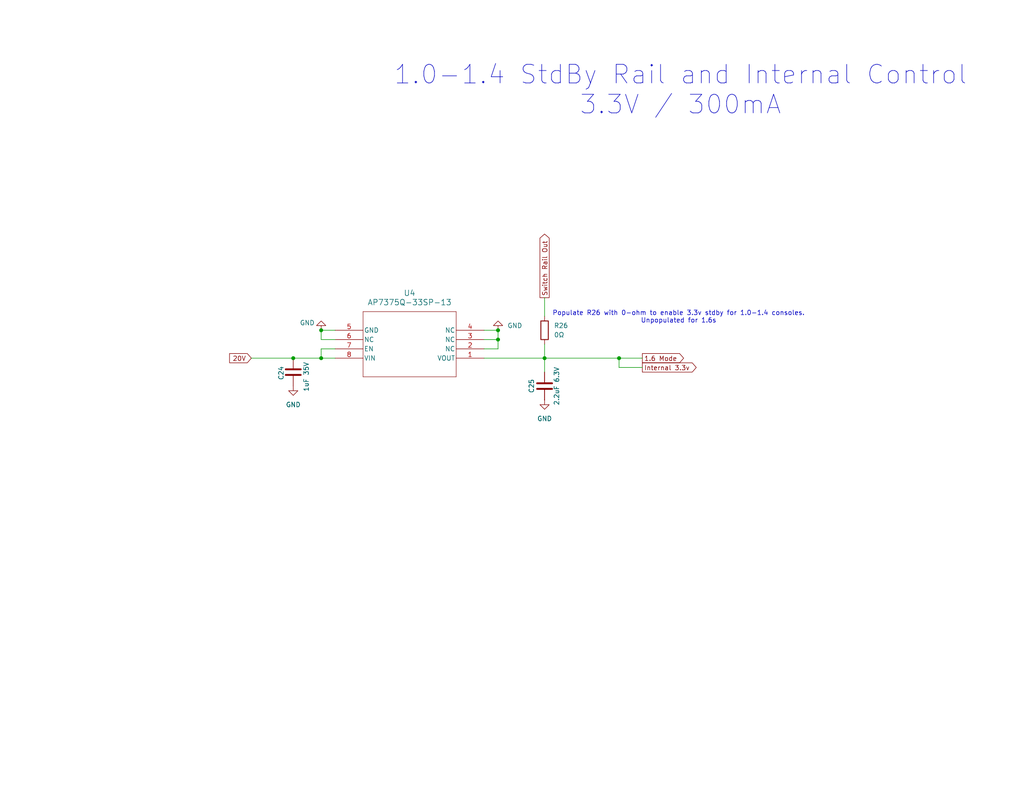
<source format=kicad_sch>
(kicad_sch (version 20250114) (generator "eeschema") (generator_version "9.0")
  (paper "USLetter")
  (title_block (title "pXu") (date "2025-01-02") (rev "1"))
  (lib_symbols
    (symbol "AP7375_33SP:AP7375Q-33SP-13" (pin_names (offset 0.254))
      (property "Reference" "U?" (at 20.32 -17.78 0))
      (property "Value" "AP7375Q-33SP-13" (at 20.32 -15.24 0))
      (symbol "AP7375Q-33SP-13_0_1"
        (polyline (pts (xy 7.62 5.08) (xy 7.62 -12.7)) (stroke (width 0.127)))
        (polyline (pts (xy 7.62 -12.7) (xy 33.02 -12.7)) (stroke (width 0.127)))
        (polyline (pts (xy 33.02 5.08) (xy 7.62 5.08)) (stroke (width 0.127)))
        (polyline (pts (xy 33.02 -12.7) (xy 33.02 5.08)) (stroke (width 0.127)))
        (pin output line (at 0 0 0) (length 7.62) (name "VOUT") (number "1"))
        (pin power_in line (at 0 -2.54 0) (length 7.62) (name "NC") (number "2"))
        (pin power_in line (at 0 -5.08 0) (length 7.62) (name "NC") (number "3"))
        (pin power_in line (at 0 -7.62 0) (length 7.62) (name "NC") (number "4"))
        (pin input line (at 40.64 0 180) (length 7.62) (name "VIN") (number "8"))
        (pin unspecified line (at 40.64 -2.54 180) (length 7.62) (name "EN") (number "7"))
        (pin power_in line (at 40.64 -5.08 180) (length 7.62) (name "NC") (number "6"))
        (pin power_out line (at 40.64 -7.62 180) (length 7.62) (name "GND") (number "5"))
      )
    )
    (symbol "Device:C" (pin_numbers (hide yes)) (pin_names (offset 0.254))
      (property "Reference" "C" (at 0.635 2.54 0))
      (property "Value" "C" (at 0.635 -2.54 0))
      (symbol "C_0_1"
        (polyline (pts (xy -2.032 0.762) (xy 2.032 0.762)) (stroke (width 0.508)))
        (polyline (pts (xy -2.032 -0.762) (xy 2.032 -0.762)) (stroke (width 0.508)))
      )
      (symbol "C_1_1"
        (pin passive line (at 0 3.81 270) (length 2.794) (name "~") (number "1"))
        (pin passive line (at 0 -3.81 90) (length 2.794) (name "~") (number "2"))
      )
    )
    (symbol "Device:R" (pin_numbers (hide yes)) (pin_names (offset 0))
      (property "Reference" "R" (at 2.032 0 90))
      (property "Value" "R" (at 0 0 90))
      (symbol "R_0_1"
        (rectangle (start -1.016 -2.54) (end 1.016 2.54) (stroke (width 0.254)))
      )
      (symbol "R_1_1"
        (pin passive line (at 0 3.81 270) (length 1.27) (name "~") (number "1"))
        (pin passive line (at 0 -3.81 90) (length 1.27) (name "~") (number "2"))
      )
    )
    (symbol "power:GND" (power) (pin_numbers (hide yes)) (pin_names (offset 0) (hide yes))
      (property "Value" "GND" (at 0 -3.81 0))
      (symbol "GND_0_1"
        (polyline (pts (xy 0 0) (xy 0 -1.27) (xy 1.27 -1.27) (xy 0 -2.54) (xy -1.27 -1.27) (xy 0 -1.27)))
      )
      (symbol "GND_1_1"
        (pin power_in line (at 0 0 270) (length 0) (name "~") (number "1"))
      )
    )
  )
  (text "Populate R26 with 0-ohm to enable 3.3v stdby for 1.0-1.4 consoles.\nUnpopulated for 1.6s" (at 185.166 86.614 0) (effects (font (size 1.27 1.27))))
  (text "1.0-1.4 StdBy Rail and Internal Control\n3.3V / 300mA" (at 185.674 24.638 0) (effects (font (size 5.08 5.08))))
  (junction (at 168.91 97.79))
  (junction (at 87.63 97.79))
  (junction (at 87.63 90.17))
  (junction (at 80.01 97.79))
  (junction (at 135.89 92.71))
  (junction (at 148.59 97.79))
  (junction (at 135.89 90.17))
  (wire (pts (xy 132.08 97.79) (xy 148.59 97.79)))
  (wire (pts (xy 87.63 90.17) (xy 91.44 90.17)))
  (wire (pts (xy 68.58 97.79) (xy 80.01 97.79)))
  (wire (pts (xy 148.59 93.98) (xy 148.59 97.79)))
  (wire (pts (xy 87.63 95.25) (xy 87.63 97.79)))
  (wire (pts (xy 135.89 92.71) (xy 135.89 90.17)))
  (wire (pts (xy 168.91 97.79) (xy 175.26 97.79)))
  (wire (pts (xy 168.91 100.33) (xy 175.26 100.33)))
  (wire (pts (xy 168.91 97.79) (xy 168.91 100.33)))
  (wire (pts (xy 148.59 81.28) (xy 148.59 86.36)))
  (wire (pts (xy 87.63 92.71) (xy 87.63 90.17)))
  (wire (pts (xy 80.01 97.79) (xy 87.63 97.79)))
  (wire (pts (xy 87.63 92.71) (xy 91.44 92.71)))
  (wire (pts (xy 132.08 90.17) (xy 135.89 90.17)))
  (wire (pts (xy 132.08 95.25) (xy 135.89 95.25)))
  (wire (pts (xy 91.44 95.25) (xy 87.63 95.25)))
  (wire (pts (xy 132.08 92.71) (xy 135.89 92.71)))
  (wire (pts (xy 148.59 97.79) (xy 168.91 97.79)))
  (wire (pts (xy 135.89 95.25) (xy 135.89 92.71)))
  (wire (pts (xy 148.59 101.6) (xy 148.59 97.79)))
  (wire (pts (xy 87.63 97.79) (xy 91.44 97.79)))
  (global_label "1.6 Mode" (shape output) (at 175.26 97.79 0) (property "Intersheetrefs" "${INTERSHEET_REFS}" (effects (hide yes))))
  (global_label "20V" (shape input) (at 68.58 97.79 180) (property "Intersheetrefs" "${INTERSHEET_REFS}" (effects (hide yes))))
  (global_label "Switch Rail Out" (shape output) (at 148.59 81.28 90) (property "Intersheetrefs" "${INTERSHEET_REFS}" (effects (hide yes))))
  (global_label "Internal 3.3v" (shape output) (at 175.26 100.33 0) (property "Intersheetrefs" "${INTERSHEET_REFS}" (effects (hide yes))))
  (symbol (lib_id "Device:R") (at 148.59 90.17 0) (unit 1)
    (property "Reference" "R26" (at 151.13 88.8999 0) (effects (justify left)))
    (property "Value" "0Ω" (at 151.13 91.4399 0) (effects (justify left)))
    (property "Footprint" "Resistor_SMD:R_0603_1608Metric_Pad0.98x0.95mm_HandSolder" (effects (hide yes)))
    (property "Description" "Resistor" (effects (hide yes)))
  )
  (symbol (lib_id "power:GND") (at 87.63 90.17 180) (unit 1)
    (property "Reference" "#PWR038" (effects (hide yes)))
    (property "Value" "GND" (at 81.788 88.138 0) (effects (justify right)))
    (property "Description" "Power symbol creates a global label with name \"GND\" , ground" (effects (hide yes)))
  )
  (symbol (lib_id "power:GND") (at 148.59 109.22 0) (unit 1)
    (property "Reference" "#PWR034" (effects (hide yes)))
    (property "Value" "GND" (at 148.59 114.3 0))
    (property "Description" "Power symbol creates a global label with name \"GND\" , ground" (effects (hide yes)))
  )
  (symbol (lib_id "power:GND") (at 135.89 90.17 180) (unit 1)
    (property "Reference" "#PWR056" (effects (hide yes)))
    (property "Value" "GND" (at 138.43 88.8999 0) (effects (justify right)))
    (property "Description" "Power symbol creates a global label with name \"GND\" , ground" (effects (hide yes)))
  )
  (symbol (lib_id "Device:C") (at 148.59 105.41 0) (unit 1)
    (property "Reference" "C25" (at 145.034 105.41 90))
    (property "Value" "2.2uF 6.3V" (at 151.892 105.41 90))
    (property "Footprint" "Capacitor_SMD:C_0603_1608Metric_Pad1.08x0.95mm_HandSolder" (effects (hide yes)))
    (property "Description" "Unpolarized capacitor" (effects (hide yes)))
  )
  (symbol (lib_id "Device:C") (at 80.01 101.6 0) (unit 1)
    (property "Reference" "C24" (at 76.708 101.854 90))
    (property "Value" "1uF 35V" (at 83.566 102.87 90))
    (property "Footprint" "Capacitor_SMD:C_0603_1608Metric_Pad1.08x0.95mm_HandSolder" (effects (hide yes)))
    (property "Description" "Unpolarized capacitor" (effects (hide yes)))
  )
  (symbol (lib_id "AP7375_33SP:AP7375Q-33SP-13") (at 132.08 97.79 180) (unit 1)
    (property "Reference" "U4" (at 111.76 80.01 0) (effects (font (size 1.524 1.524))))
    (property "Value" "AP7375Q-33SP-13" (at 111.76 82.55 0) (effects (font (size 1.524 1.524))))
    (property "Footprint" "SO-8EP_DIO" (effects (hide yes)))
    (property "Datasheet" "AP7375Q-33SP-13" (effects (hide yes)))
  )
  (symbol (lib_id "power:GND") (at 80.01 105.41 0) (unit 1)
    (property "Reference" "#PWR033" (effects (hide yes)))
    (property "Value" "GND" (at 80.01 110.49 0))
    (property "Description" "Power symbol creates a global label with name \"GND\" , ground" (effects (hide yes)))
  )
)
</source>
